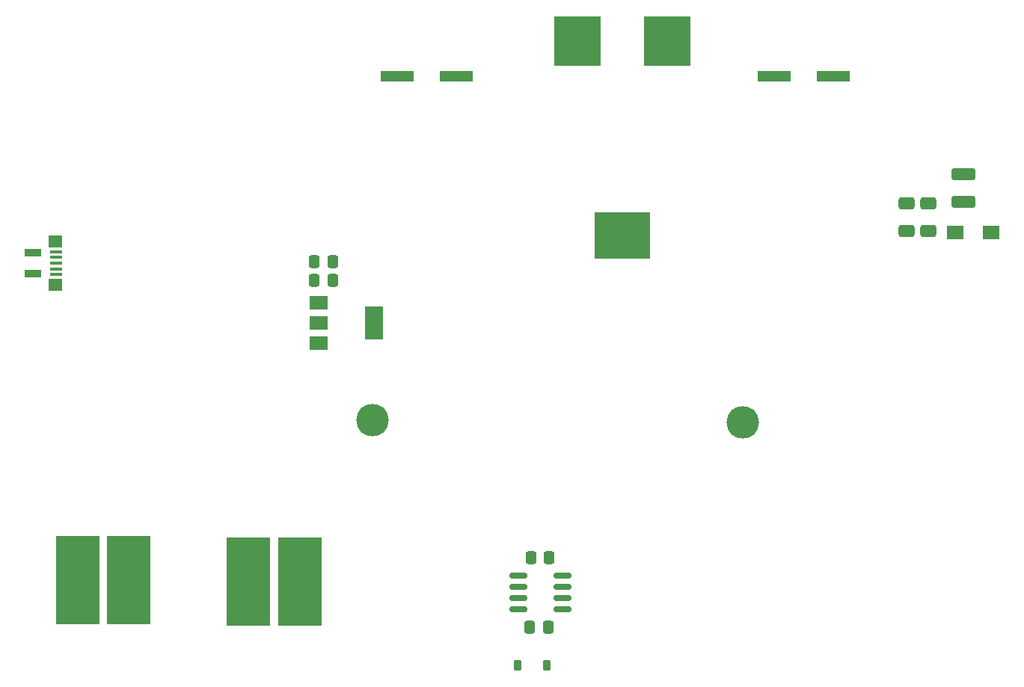
<source format=gbr>
%TF.GenerationSoftware,KiCad,Pcbnew,7.0.8*%
%TF.CreationDate,2024-05-08T13:20:20-04:00*%
%TF.ProjectId,PowerBoard_2024,506f7765-7242-46f6-9172-645f32303234,rev?*%
%TF.SameCoordinates,Original*%
%TF.FileFunction,Paste,Bot*%
%TF.FilePolarity,Positive*%
%FSLAX46Y46*%
G04 Gerber Fmt 4.6, Leading zero omitted, Abs format (unit mm)*
G04 Created by KiCad (PCBNEW 7.0.8) date 2024-05-08 13:20:20*
%MOMM*%
%LPD*%
G01*
G04 APERTURE LIST*
G04 Aperture macros list*
%AMRoundRect*
0 Rectangle with rounded corners*
0 $1 Rounding radius*
0 $2 $3 $4 $5 $6 $7 $8 $9 X,Y pos of 4 corners*
0 Add a 4 corners polygon primitive as box body*
4,1,4,$2,$3,$4,$5,$6,$7,$8,$9,$2,$3,0*
0 Add four circle primitives for the rounded corners*
1,1,$1+$1,$2,$3*
1,1,$1+$1,$4,$5*
1,1,$1+$1,$6,$7*
1,1,$1+$1,$8,$9*
0 Add four rect primitives between the rounded corners*
20,1,$1+$1,$2,$3,$4,$5,0*
20,1,$1+$1,$4,$5,$6,$7,0*
20,1,$1+$1,$6,$7,$8,$9,0*
20,1,$1+$1,$8,$9,$2,$3,0*%
G04 Aperture macros list end*
%ADD10C,3.683000*%
%ADD11RoundRect,0.250000X-0.337500X-0.475000X0.337500X-0.475000X0.337500X0.475000X-0.337500X0.475000X0*%
%ADD12RoundRect,0.250000X0.650000X-0.412500X0.650000X0.412500X-0.650000X0.412500X-0.650000X-0.412500X0*%
%ADD13R,1.900000X1.500000*%
%ADD14R,5.000000X10.000000*%
%ADD15RoundRect,0.250000X0.337500X0.475000X-0.337500X0.475000X-0.337500X-0.475000X0.337500X-0.475000X0*%
%ADD16R,3.810000X1.168400*%
%ADD17R,1.371600X0.457200*%
%ADD18R,1.549400X1.422400*%
%ADD19R,1.905000X0.889000*%
%ADD20RoundRect,0.150000X-0.825000X-0.150000X0.825000X-0.150000X0.825000X0.150000X-0.825000X0.150000X0*%
%ADD21RoundRect,0.225000X0.225000X0.375000X-0.225000X0.375000X-0.225000X-0.375000X0.225000X-0.375000X0*%
%ADD22R,5.330000X5.590000*%
%ADD23R,6.350000X5.280000*%
%ADD24RoundRect,0.250000X1.100000X-0.412500X1.100000X0.412500X-1.100000X0.412500X-1.100000X-0.412500X0*%
%ADD25R,2.000000X1.500000*%
%ADD26R,2.000000X3.800000*%
G04 APERTURE END LIST*
D10*
%TO.C,BMR1*%
X152237200Y-101179400D03*
%TD*%
%TO.C,BMR2*%
X110327200Y-100874600D03*
%TD*%
D11*
%TO.C,C8*%
X128282700Y-116464600D03*
X130357700Y-116464600D03*
%TD*%
D12*
%TO.C,C12*%
X173304200Y-79526300D03*
X173304200Y-76401300D03*
%TD*%
D13*
%TO.C,L1*%
X176301400Y-79627900D03*
X180401400Y-79627900D03*
%TD*%
D14*
%TO.C,TP15*%
X102130200Y-119162600D03*
%TD*%
D15*
%TO.C,C9*%
X130252200Y-124376600D03*
X128177200Y-124376600D03*
%TD*%
D14*
%TO.C,TP12*%
X76965200Y-119035600D03*
%TD*%
%TO.C,TP14*%
X96342200Y-119162600D03*
%TD*%
D16*
%TO.C,C4*%
X162538600Y-61961500D03*
X155833000Y-61961500D03*
%TD*%
D11*
%TO.C,C10*%
X103772700Y-82972200D03*
X105847700Y-82972200D03*
%TD*%
D17*
%TO.C,J4*%
X74571601Y-81826300D03*
X74571601Y-82476301D03*
X74571601Y-83126300D03*
X74571601Y-83776299D03*
X74571601Y-84426300D03*
D18*
X74482701Y-85588799D03*
X74482701Y-80663801D03*
D19*
X71907400Y-84313800D03*
X71907400Y-81938800D03*
%TD*%
D20*
%TO.C,U3*%
X126887200Y-122337600D03*
X126887200Y-121067600D03*
X126887200Y-119797600D03*
X126887200Y-118527600D03*
X131837200Y-118527600D03*
X131837200Y-119797600D03*
X131837200Y-121067600D03*
X131837200Y-122337600D03*
%TD*%
D14*
%TO.C,TP13*%
X82727800Y-119010200D03*
%TD*%
D12*
%TO.C,C13*%
X170815000Y-79514000D03*
X170815000Y-76389000D03*
%TD*%
D16*
%TO.C,C5*%
X119866600Y-61961500D03*
X113161000Y-61961500D03*
%TD*%
D21*
%TO.C,D4*%
X130122200Y-128687600D03*
X126822200Y-128687600D03*
%TD*%
D22*
%TO.C,L3*%
X133588600Y-57948600D03*
X143738600Y-57948600D03*
D23*
X138663600Y-80023600D03*
%TD*%
D24*
%TO.C,C14*%
X177215800Y-76161200D03*
X177215800Y-73036200D03*
%TD*%
D11*
%TO.C,C11*%
X103772700Y-85105800D03*
X105847700Y-85105800D03*
%TD*%
D25*
%TO.C,U4*%
X104233400Y-92188200D03*
X104233400Y-89888200D03*
D26*
X110533400Y-89888200D03*
D25*
X104233400Y-87588200D03*
%TD*%
M02*

</source>
